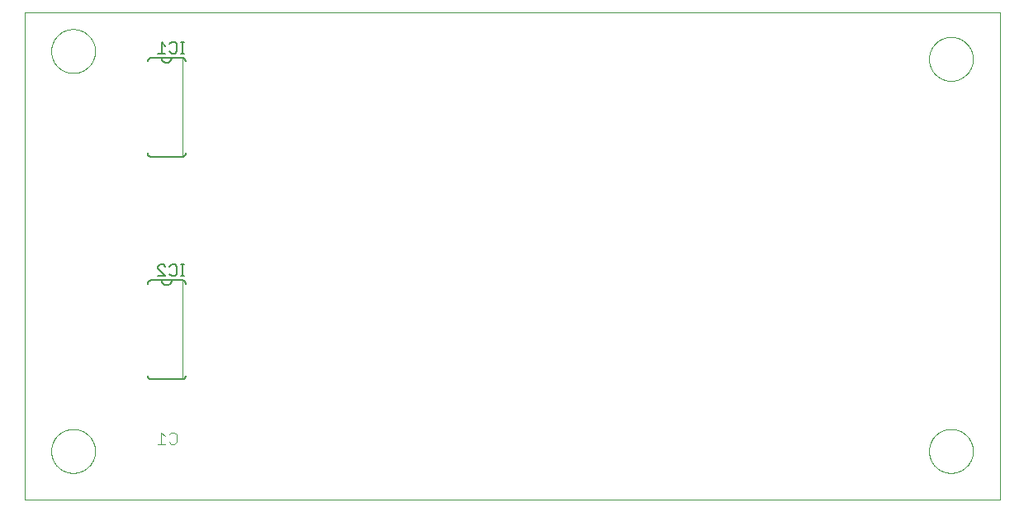
<source format=gbo>
G75*
%MOIN*%
%OFA0B0*%
%FSLAX25Y25*%
%IPPOS*%
%LPD*%
%AMOC8*
5,1,8,0,0,1.08239X$1,22.5*
%
%ADD10C,0.00000*%
%ADD11C,0.00400*%
%ADD12C,0.00600*%
%ADD13C,0.00200*%
%ADD14C,0.00500*%
D10*
X0001000Y0001000D02*
X0001000Y0197850D01*
X0394701Y0197850D01*
X0394701Y0001000D01*
X0001000Y0001000D01*
X0011827Y0020685D02*
X0011830Y0020902D01*
X0011838Y0021120D01*
X0011851Y0021337D01*
X0011870Y0021553D01*
X0011894Y0021769D01*
X0011923Y0021985D01*
X0011957Y0022199D01*
X0011997Y0022413D01*
X0012042Y0022626D01*
X0012092Y0022837D01*
X0012148Y0023048D01*
X0012208Y0023256D01*
X0012274Y0023464D01*
X0012345Y0023669D01*
X0012421Y0023873D01*
X0012501Y0024075D01*
X0012587Y0024275D01*
X0012677Y0024472D01*
X0012773Y0024668D01*
X0012873Y0024861D01*
X0012978Y0025051D01*
X0013087Y0025239D01*
X0013201Y0025424D01*
X0013320Y0025606D01*
X0013443Y0025786D01*
X0013570Y0025962D01*
X0013702Y0026135D01*
X0013838Y0026304D01*
X0013978Y0026471D01*
X0014122Y0026634D01*
X0014270Y0026793D01*
X0014421Y0026949D01*
X0014577Y0027100D01*
X0014736Y0027248D01*
X0014899Y0027392D01*
X0015066Y0027532D01*
X0015235Y0027668D01*
X0015408Y0027800D01*
X0015584Y0027927D01*
X0015764Y0028050D01*
X0015946Y0028169D01*
X0016131Y0028283D01*
X0016319Y0028392D01*
X0016509Y0028497D01*
X0016702Y0028597D01*
X0016898Y0028693D01*
X0017095Y0028783D01*
X0017295Y0028869D01*
X0017497Y0028949D01*
X0017701Y0029025D01*
X0017906Y0029096D01*
X0018114Y0029162D01*
X0018322Y0029222D01*
X0018533Y0029278D01*
X0018744Y0029328D01*
X0018957Y0029373D01*
X0019171Y0029413D01*
X0019385Y0029447D01*
X0019601Y0029476D01*
X0019817Y0029500D01*
X0020033Y0029519D01*
X0020250Y0029532D01*
X0020468Y0029540D01*
X0020685Y0029543D01*
X0020902Y0029540D01*
X0021120Y0029532D01*
X0021337Y0029519D01*
X0021553Y0029500D01*
X0021769Y0029476D01*
X0021985Y0029447D01*
X0022199Y0029413D01*
X0022413Y0029373D01*
X0022626Y0029328D01*
X0022837Y0029278D01*
X0023048Y0029222D01*
X0023256Y0029162D01*
X0023464Y0029096D01*
X0023669Y0029025D01*
X0023873Y0028949D01*
X0024075Y0028869D01*
X0024275Y0028783D01*
X0024472Y0028693D01*
X0024668Y0028597D01*
X0024861Y0028497D01*
X0025051Y0028392D01*
X0025239Y0028283D01*
X0025424Y0028169D01*
X0025606Y0028050D01*
X0025786Y0027927D01*
X0025962Y0027800D01*
X0026135Y0027668D01*
X0026304Y0027532D01*
X0026471Y0027392D01*
X0026634Y0027248D01*
X0026793Y0027100D01*
X0026949Y0026949D01*
X0027100Y0026793D01*
X0027248Y0026634D01*
X0027392Y0026471D01*
X0027532Y0026304D01*
X0027668Y0026135D01*
X0027800Y0025962D01*
X0027927Y0025786D01*
X0028050Y0025606D01*
X0028169Y0025424D01*
X0028283Y0025239D01*
X0028392Y0025051D01*
X0028497Y0024861D01*
X0028597Y0024668D01*
X0028693Y0024472D01*
X0028783Y0024275D01*
X0028869Y0024075D01*
X0028949Y0023873D01*
X0029025Y0023669D01*
X0029096Y0023464D01*
X0029162Y0023256D01*
X0029222Y0023048D01*
X0029278Y0022837D01*
X0029328Y0022626D01*
X0029373Y0022413D01*
X0029413Y0022199D01*
X0029447Y0021985D01*
X0029476Y0021769D01*
X0029500Y0021553D01*
X0029519Y0021337D01*
X0029532Y0021120D01*
X0029540Y0020902D01*
X0029543Y0020685D01*
X0029540Y0020468D01*
X0029532Y0020250D01*
X0029519Y0020033D01*
X0029500Y0019817D01*
X0029476Y0019601D01*
X0029447Y0019385D01*
X0029413Y0019171D01*
X0029373Y0018957D01*
X0029328Y0018744D01*
X0029278Y0018533D01*
X0029222Y0018322D01*
X0029162Y0018114D01*
X0029096Y0017906D01*
X0029025Y0017701D01*
X0028949Y0017497D01*
X0028869Y0017295D01*
X0028783Y0017095D01*
X0028693Y0016898D01*
X0028597Y0016702D01*
X0028497Y0016509D01*
X0028392Y0016319D01*
X0028283Y0016131D01*
X0028169Y0015946D01*
X0028050Y0015764D01*
X0027927Y0015584D01*
X0027800Y0015408D01*
X0027668Y0015235D01*
X0027532Y0015066D01*
X0027392Y0014899D01*
X0027248Y0014736D01*
X0027100Y0014577D01*
X0026949Y0014421D01*
X0026793Y0014270D01*
X0026634Y0014122D01*
X0026471Y0013978D01*
X0026304Y0013838D01*
X0026135Y0013702D01*
X0025962Y0013570D01*
X0025786Y0013443D01*
X0025606Y0013320D01*
X0025424Y0013201D01*
X0025239Y0013087D01*
X0025051Y0012978D01*
X0024861Y0012873D01*
X0024668Y0012773D01*
X0024472Y0012677D01*
X0024275Y0012587D01*
X0024075Y0012501D01*
X0023873Y0012421D01*
X0023669Y0012345D01*
X0023464Y0012274D01*
X0023256Y0012208D01*
X0023048Y0012148D01*
X0022837Y0012092D01*
X0022626Y0012042D01*
X0022413Y0011997D01*
X0022199Y0011957D01*
X0021985Y0011923D01*
X0021769Y0011894D01*
X0021553Y0011870D01*
X0021337Y0011851D01*
X0021120Y0011838D01*
X0020902Y0011830D01*
X0020685Y0011827D01*
X0020468Y0011830D01*
X0020250Y0011838D01*
X0020033Y0011851D01*
X0019817Y0011870D01*
X0019601Y0011894D01*
X0019385Y0011923D01*
X0019171Y0011957D01*
X0018957Y0011997D01*
X0018744Y0012042D01*
X0018533Y0012092D01*
X0018322Y0012148D01*
X0018114Y0012208D01*
X0017906Y0012274D01*
X0017701Y0012345D01*
X0017497Y0012421D01*
X0017295Y0012501D01*
X0017095Y0012587D01*
X0016898Y0012677D01*
X0016702Y0012773D01*
X0016509Y0012873D01*
X0016319Y0012978D01*
X0016131Y0013087D01*
X0015946Y0013201D01*
X0015764Y0013320D01*
X0015584Y0013443D01*
X0015408Y0013570D01*
X0015235Y0013702D01*
X0015066Y0013838D01*
X0014899Y0013978D01*
X0014736Y0014122D01*
X0014577Y0014270D01*
X0014421Y0014421D01*
X0014270Y0014577D01*
X0014122Y0014736D01*
X0013978Y0014899D01*
X0013838Y0015066D01*
X0013702Y0015235D01*
X0013570Y0015408D01*
X0013443Y0015584D01*
X0013320Y0015764D01*
X0013201Y0015946D01*
X0013087Y0016131D01*
X0012978Y0016319D01*
X0012873Y0016509D01*
X0012773Y0016702D01*
X0012677Y0016898D01*
X0012587Y0017095D01*
X0012501Y0017295D01*
X0012421Y0017497D01*
X0012345Y0017701D01*
X0012274Y0017906D01*
X0012208Y0018114D01*
X0012148Y0018322D01*
X0012092Y0018533D01*
X0012042Y0018744D01*
X0011997Y0018957D01*
X0011957Y0019171D01*
X0011923Y0019385D01*
X0011894Y0019601D01*
X0011870Y0019817D01*
X0011851Y0020033D01*
X0011838Y0020250D01*
X0011830Y0020468D01*
X0011827Y0020685D01*
X0011827Y0182102D02*
X0011830Y0182319D01*
X0011838Y0182537D01*
X0011851Y0182754D01*
X0011870Y0182970D01*
X0011894Y0183186D01*
X0011923Y0183402D01*
X0011957Y0183616D01*
X0011997Y0183830D01*
X0012042Y0184043D01*
X0012092Y0184254D01*
X0012148Y0184465D01*
X0012208Y0184673D01*
X0012274Y0184881D01*
X0012345Y0185086D01*
X0012421Y0185290D01*
X0012501Y0185492D01*
X0012587Y0185692D01*
X0012677Y0185889D01*
X0012773Y0186085D01*
X0012873Y0186278D01*
X0012978Y0186468D01*
X0013087Y0186656D01*
X0013201Y0186841D01*
X0013320Y0187023D01*
X0013443Y0187203D01*
X0013570Y0187379D01*
X0013702Y0187552D01*
X0013838Y0187721D01*
X0013978Y0187888D01*
X0014122Y0188051D01*
X0014270Y0188210D01*
X0014421Y0188366D01*
X0014577Y0188517D01*
X0014736Y0188665D01*
X0014899Y0188809D01*
X0015066Y0188949D01*
X0015235Y0189085D01*
X0015408Y0189217D01*
X0015584Y0189344D01*
X0015764Y0189467D01*
X0015946Y0189586D01*
X0016131Y0189700D01*
X0016319Y0189809D01*
X0016509Y0189914D01*
X0016702Y0190014D01*
X0016898Y0190110D01*
X0017095Y0190200D01*
X0017295Y0190286D01*
X0017497Y0190366D01*
X0017701Y0190442D01*
X0017906Y0190513D01*
X0018114Y0190579D01*
X0018322Y0190639D01*
X0018533Y0190695D01*
X0018744Y0190745D01*
X0018957Y0190790D01*
X0019171Y0190830D01*
X0019385Y0190864D01*
X0019601Y0190893D01*
X0019817Y0190917D01*
X0020033Y0190936D01*
X0020250Y0190949D01*
X0020468Y0190957D01*
X0020685Y0190960D01*
X0020902Y0190957D01*
X0021120Y0190949D01*
X0021337Y0190936D01*
X0021553Y0190917D01*
X0021769Y0190893D01*
X0021985Y0190864D01*
X0022199Y0190830D01*
X0022413Y0190790D01*
X0022626Y0190745D01*
X0022837Y0190695D01*
X0023048Y0190639D01*
X0023256Y0190579D01*
X0023464Y0190513D01*
X0023669Y0190442D01*
X0023873Y0190366D01*
X0024075Y0190286D01*
X0024275Y0190200D01*
X0024472Y0190110D01*
X0024668Y0190014D01*
X0024861Y0189914D01*
X0025051Y0189809D01*
X0025239Y0189700D01*
X0025424Y0189586D01*
X0025606Y0189467D01*
X0025786Y0189344D01*
X0025962Y0189217D01*
X0026135Y0189085D01*
X0026304Y0188949D01*
X0026471Y0188809D01*
X0026634Y0188665D01*
X0026793Y0188517D01*
X0026949Y0188366D01*
X0027100Y0188210D01*
X0027248Y0188051D01*
X0027392Y0187888D01*
X0027532Y0187721D01*
X0027668Y0187552D01*
X0027800Y0187379D01*
X0027927Y0187203D01*
X0028050Y0187023D01*
X0028169Y0186841D01*
X0028283Y0186656D01*
X0028392Y0186468D01*
X0028497Y0186278D01*
X0028597Y0186085D01*
X0028693Y0185889D01*
X0028783Y0185692D01*
X0028869Y0185492D01*
X0028949Y0185290D01*
X0029025Y0185086D01*
X0029096Y0184881D01*
X0029162Y0184673D01*
X0029222Y0184465D01*
X0029278Y0184254D01*
X0029328Y0184043D01*
X0029373Y0183830D01*
X0029413Y0183616D01*
X0029447Y0183402D01*
X0029476Y0183186D01*
X0029500Y0182970D01*
X0029519Y0182754D01*
X0029532Y0182537D01*
X0029540Y0182319D01*
X0029543Y0182102D01*
X0029540Y0181885D01*
X0029532Y0181667D01*
X0029519Y0181450D01*
X0029500Y0181234D01*
X0029476Y0181018D01*
X0029447Y0180802D01*
X0029413Y0180588D01*
X0029373Y0180374D01*
X0029328Y0180161D01*
X0029278Y0179950D01*
X0029222Y0179739D01*
X0029162Y0179531D01*
X0029096Y0179323D01*
X0029025Y0179118D01*
X0028949Y0178914D01*
X0028869Y0178712D01*
X0028783Y0178512D01*
X0028693Y0178315D01*
X0028597Y0178119D01*
X0028497Y0177926D01*
X0028392Y0177736D01*
X0028283Y0177548D01*
X0028169Y0177363D01*
X0028050Y0177181D01*
X0027927Y0177001D01*
X0027800Y0176825D01*
X0027668Y0176652D01*
X0027532Y0176483D01*
X0027392Y0176316D01*
X0027248Y0176153D01*
X0027100Y0175994D01*
X0026949Y0175838D01*
X0026793Y0175687D01*
X0026634Y0175539D01*
X0026471Y0175395D01*
X0026304Y0175255D01*
X0026135Y0175119D01*
X0025962Y0174987D01*
X0025786Y0174860D01*
X0025606Y0174737D01*
X0025424Y0174618D01*
X0025239Y0174504D01*
X0025051Y0174395D01*
X0024861Y0174290D01*
X0024668Y0174190D01*
X0024472Y0174094D01*
X0024275Y0174004D01*
X0024075Y0173918D01*
X0023873Y0173838D01*
X0023669Y0173762D01*
X0023464Y0173691D01*
X0023256Y0173625D01*
X0023048Y0173565D01*
X0022837Y0173509D01*
X0022626Y0173459D01*
X0022413Y0173414D01*
X0022199Y0173374D01*
X0021985Y0173340D01*
X0021769Y0173311D01*
X0021553Y0173287D01*
X0021337Y0173268D01*
X0021120Y0173255D01*
X0020902Y0173247D01*
X0020685Y0173244D01*
X0020468Y0173247D01*
X0020250Y0173255D01*
X0020033Y0173268D01*
X0019817Y0173287D01*
X0019601Y0173311D01*
X0019385Y0173340D01*
X0019171Y0173374D01*
X0018957Y0173414D01*
X0018744Y0173459D01*
X0018533Y0173509D01*
X0018322Y0173565D01*
X0018114Y0173625D01*
X0017906Y0173691D01*
X0017701Y0173762D01*
X0017497Y0173838D01*
X0017295Y0173918D01*
X0017095Y0174004D01*
X0016898Y0174094D01*
X0016702Y0174190D01*
X0016509Y0174290D01*
X0016319Y0174395D01*
X0016131Y0174504D01*
X0015946Y0174618D01*
X0015764Y0174737D01*
X0015584Y0174860D01*
X0015408Y0174987D01*
X0015235Y0175119D01*
X0015066Y0175255D01*
X0014899Y0175395D01*
X0014736Y0175539D01*
X0014577Y0175687D01*
X0014421Y0175838D01*
X0014270Y0175994D01*
X0014122Y0176153D01*
X0013978Y0176316D01*
X0013838Y0176483D01*
X0013702Y0176652D01*
X0013570Y0176825D01*
X0013443Y0177001D01*
X0013320Y0177181D01*
X0013201Y0177363D01*
X0013087Y0177548D01*
X0012978Y0177736D01*
X0012873Y0177926D01*
X0012773Y0178119D01*
X0012677Y0178315D01*
X0012587Y0178512D01*
X0012501Y0178712D01*
X0012421Y0178914D01*
X0012345Y0179118D01*
X0012274Y0179323D01*
X0012208Y0179531D01*
X0012148Y0179739D01*
X0012092Y0179950D01*
X0012042Y0180161D01*
X0011997Y0180374D01*
X0011957Y0180588D01*
X0011923Y0180802D01*
X0011894Y0181018D01*
X0011870Y0181234D01*
X0011851Y0181450D01*
X0011838Y0181667D01*
X0011830Y0181885D01*
X0011827Y0182102D01*
X0366158Y0178953D02*
X0366161Y0179170D01*
X0366169Y0179388D01*
X0366182Y0179605D01*
X0366201Y0179821D01*
X0366225Y0180037D01*
X0366254Y0180253D01*
X0366288Y0180467D01*
X0366328Y0180681D01*
X0366373Y0180894D01*
X0366423Y0181105D01*
X0366479Y0181316D01*
X0366539Y0181524D01*
X0366605Y0181732D01*
X0366676Y0181937D01*
X0366752Y0182141D01*
X0366832Y0182343D01*
X0366918Y0182543D01*
X0367008Y0182740D01*
X0367104Y0182936D01*
X0367204Y0183129D01*
X0367309Y0183319D01*
X0367418Y0183507D01*
X0367532Y0183692D01*
X0367651Y0183874D01*
X0367774Y0184054D01*
X0367901Y0184230D01*
X0368033Y0184403D01*
X0368169Y0184572D01*
X0368309Y0184739D01*
X0368453Y0184902D01*
X0368601Y0185061D01*
X0368752Y0185217D01*
X0368908Y0185368D01*
X0369067Y0185516D01*
X0369230Y0185660D01*
X0369397Y0185800D01*
X0369566Y0185936D01*
X0369739Y0186068D01*
X0369915Y0186195D01*
X0370095Y0186318D01*
X0370277Y0186437D01*
X0370462Y0186551D01*
X0370650Y0186660D01*
X0370840Y0186765D01*
X0371033Y0186865D01*
X0371229Y0186961D01*
X0371426Y0187051D01*
X0371626Y0187137D01*
X0371828Y0187217D01*
X0372032Y0187293D01*
X0372237Y0187364D01*
X0372445Y0187430D01*
X0372653Y0187490D01*
X0372864Y0187546D01*
X0373075Y0187596D01*
X0373288Y0187641D01*
X0373502Y0187681D01*
X0373716Y0187715D01*
X0373932Y0187744D01*
X0374148Y0187768D01*
X0374364Y0187787D01*
X0374581Y0187800D01*
X0374799Y0187808D01*
X0375016Y0187811D01*
X0375233Y0187808D01*
X0375451Y0187800D01*
X0375668Y0187787D01*
X0375884Y0187768D01*
X0376100Y0187744D01*
X0376316Y0187715D01*
X0376530Y0187681D01*
X0376744Y0187641D01*
X0376957Y0187596D01*
X0377168Y0187546D01*
X0377379Y0187490D01*
X0377587Y0187430D01*
X0377795Y0187364D01*
X0378000Y0187293D01*
X0378204Y0187217D01*
X0378406Y0187137D01*
X0378606Y0187051D01*
X0378803Y0186961D01*
X0378999Y0186865D01*
X0379192Y0186765D01*
X0379382Y0186660D01*
X0379570Y0186551D01*
X0379755Y0186437D01*
X0379937Y0186318D01*
X0380117Y0186195D01*
X0380293Y0186068D01*
X0380466Y0185936D01*
X0380635Y0185800D01*
X0380802Y0185660D01*
X0380965Y0185516D01*
X0381124Y0185368D01*
X0381280Y0185217D01*
X0381431Y0185061D01*
X0381579Y0184902D01*
X0381723Y0184739D01*
X0381863Y0184572D01*
X0381999Y0184403D01*
X0382131Y0184230D01*
X0382258Y0184054D01*
X0382381Y0183874D01*
X0382500Y0183692D01*
X0382614Y0183507D01*
X0382723Y0183319D01*
X0382828Y0183129D01*
X0382928Y0182936D01*
X0383024Y0182740D01*
X0383114Y0182543D01*
X0383200Y0182343D01*
X0383280Y0182141D01*
X0383356Y0181937D01*
X0383427Y0181732D01*
X0383493Y0181524D01*
X0383553Y0181316D01*
X0383609Y0181105D01*
X0383659Y0180894D01*
X0383704Y0180681D01*
X0383744Y0180467D01*
X0383778Y0180253D01*
X0383807Y0180037D01*
X0383831Y0179821D01*
X0383850Y0179605D01*
X0383863Y0179388D01*
X0383871Y0179170D01*
X0383874Y0178953D01*
X0383871Y0178736D01*
X0383863Y0178518D01*
X0383850Y0178301D01*
X0383831Y0178085D01*
X0383807Y0177869D01*
X0383778Y0177653D01*
X0383744Y0177439D01*
X0383704Y0177225D01*
X0383659Y0177012D01*
X0383609Y0176801D01*
X0383553Y0176590D01*
X0383493Y0176382D01*
X0383427Y0176174D01*
X0383356Y0175969D01*
X0383280Y0175765D01*
X0383200Y0175563D01*
X0383114Y0175363D01*
X0383024Y0175166D01*
X0382928Y0174970D01*
X0382828Y0174777D01*
X0382723Y0174587D01*
X0382614Y0174399D01*
X0382500Y0174214D01*
X0382381Y0174032D01*
X0382258Y0173852D01*
X0382131Y0173676D01*
X0381999Y0173503D01*
X0381863Y0173334D01*
X0381723Y0173167D01*
X0381579Y0173004D01*
X0381431Y0172845D01*
X0381280Y0172689D01*
X0381124Y0172538D01*
X0380965Y0172390D01*
X0380802Y0172246D01*
X0380635Y0172106D01*
X0380466Y0171970D01*
X0380293Y0171838D01*
X0380117Y0171711D01*
X0379937Y0171588D01*
X0379755Y0171469D01*
X0379570Y0171355D01*
X0379382Y0171246D01*
X0379192Y0171141D01*
X0378999Y0171041D01*
X0378803Y0170945D01*
X0378606Y0170855D01*
X0378406Y0170769D01*
X0378204Y0170689D01*
X0378000Y0170613D01*
X0377795Y0170542D01*
X0377587Y0170476D01*
X0377379Y0170416D01*
X0377168Y0170360D01*
X0376957Y0170310D01*
X0376744Y0170265D01*
X0376530Y0170225D01*
X0376316Y0170191D01*
X0376100Y0170162D01*
X0375884Y0170138D01*
X0375668Y0170119D01*
X0375451Y0170106D01*
X0375233Y0170098D01*
X0375016Y0170095D01*
X0374799Y0170098D01*
X0374581Y0170106D01*
X0374364Y0170119D01*
X0374148Y0170138D01*
X0373932Y0170162D01*
X0373716Y0170191D01*
X0373502Y0170225D01*
X0373288Y0170265D01*
X0373075Y0170310D01*
X0372864Y0170360D01*
X0372653Y0170416D01*
X0372445Y0170476D01*
X0372237Y0170542D01*
X0372032Y0170613D01*
X0371828Y0170689D01*
X0371626Y0170769D01*
X0371426Y0170855D01*
X0371229Y0170945D01*
X0371033Y0171041D01*
X0370840Y0171141D01*
X0370650Y0171246D01*
X0370462Y0171355D01*
X0370277Y0171469D01*
X0370095Y0171588D01*
X0369915Y0171711D01*
X0369739Y0171838D01*
X0369566Y0171970D01*
X0369397Y0172106D01*
X0369230Y0172246D01*
X0369067Y0172390D01*
X0368908Y0172538D01*
X0368752Y0172689D01*
X0368601Y0172845D01*
X0368453Y0173004D01*
X0368309Y0173167D01*
X0368169Y0173334D01*
X0368033Y0173503D01*
X0367901Y0173676D01*
X0367774Y0173852D01*
X0367651Y0174032D01*
X0367532Y0174214D01*
X0367418Y0174399D01*
X0367309Y0174587D01*
X0367204Y0174777D01*
X0367104Y0174970D01*
X0367008Y0175166D01*
X0366918Y0175363D01*
X0366832Y0175563D01*
X0366752Y0175765D01*
X0366676Y0175969D01*
X0366605Y0176174D01*
X0366539Y0176382D01*
X0366479Y0176590D01*
X0366423Y0176801D01*
X0366373Y0177012D01*
X0366328Y0177225D01*
X0366288Y0177439D01*
X0366254Y0177653D01*
X0366225Y0177869D01*
X0366201Y0178085D01*
X0366182Y0178301D01*
X0366169Y0178518D01*
X0366161Y0178736D01*
X0366158Y0178953D01*
X0366158Y0020685D02*
X0366161Y0020902D01*
X0366169Y0021120D01*
X0366182Y0021337D01*
X0366201Y0021553D01*
X0366225Y0021769D01*
X0366254Y0021985D01*
X0366288Y0022199D01*
X0366328Y0022413D01*
X0366373Y0022626D01*
X0366423Y0022837D01*
X0366479Y0023048D01*
X0366539Y0023256D01*
X0366605Y0023464D01*
X0366676Y0023669D01*
X0366752Y0023873D01*
X0366832Y0024075D01*
X0366918Y0024275D01*
X0367008Y0024472D01*
X0367104Y0024668D01*
X0367204Y0024861D01*
X0367309Y0025051D01*
X0367418Y0025239D01*
X0367532Y0025424D01*
X0367651Y0025606D01*
X0367774Y0025786D01*
X0367901Y0025962D01*
X0368033Y0026135D01*
X0368169Y0026304D01*
X0368309Y0026471D01*
X0368453Y0026634D01*
X0368601Y0026793D01*
X0368752Y0026949D01*
X0368908Y0027100D01*
X0369067Y0027248D01*
X0369230Y0027392D01*
X0369397Y0027532D01*
X0369566Y0027668D01*
X0369739Y0027800D01*
X0369915Y0027927D01*
X0370095Y0028050D01*
X0370277Y0028169D01*
X0370462Y0028283D01*
X0370650Y0028392D01*
X0370840Y0028497D01*
X0371033Y0028597D01*
X0371229Y0028693D01*
X0371426Y0028783D01*
X0371626Y0028869D01*
X0371828Y0028949D01*
X0372032Y0029025D01*
X0372237Y0029096D01*
X0372445Y0029162D01*
X0372653Y0029222D01*
X0372864Y0029278D01*
X0373075Y0029328D01*
X0373288Y0029373D01*
X0373502Y0029413D01*
X0373716Y0029447D01*
X0373932Y0029476D01*
X0374148Y0029500D01*
X0374364Y0029519D01*
X0374581Y0029532D01*
X0374799Y0029540D01*
X0375016Y0029543D01*
X0375233Y0029540D01*
X0375451Y0029532D01*
X0375668Y0029519D01*
X0375884Y0029500D01*
X0376100Y0029476D01*
X0376316Y0029447D01*
X0376530Y0029413D01*
X0376744Y0029373D01*
X0376957Y0029328D01*
X0377168Y0029278D01*
X0377379Y0029222D01*
X0377587Y0029162D01*
X0377795Y0029096D01*
X0378000Y0029025D01*
X0378204Y0028949D01*
X0378406Y0028869D01*
X0378606Y0028783D01*
X0378803Y0028693D01*
X0378999Y0028597D01*
X0379192Y0028497D01*
X0379382Y0028392D01*
X0379570Y0028283D01*
X0379755Y0028169D01*
X0379937Y0028050D01*
X0380117Y0027927D01*
X0380293Y0027800D01*
X0380466Y0027668D01*
X0380635Y0027532D01*
X0380802Y0027392D01*
X0380965Y0027248D01*
X0381124Y0027100D01*
X0381280Y0026949D01*
X0381431Y0026793D01*
X0381579Y0026634D01*
X0381723Y0026471D01*
X0381863Y0026304D01*
X0381999Y0026135D01*
X0382131Y0025962D01*
X0382258Y0025786D01*
X0382381Y0025606D01*
X0382500Y0025424D01*
X0382614Y0025239D01*
X0382723Y0025051D01*
X0382828Y0024861D01*
X0382928Y0024668D01*
X0383024Y0024472D01*
X0383114Y0024275D01*
X0383200Y0024075D01*
X0383280Y0023873D01*
X0383356Y0023669D01*
X0383427Y0023464D01*
X0383493Y0023256D01*
X0383553Y0023048D01*
X0383609Y0022837D01*
X0383659Y0022626D01*
X0383704Y0022413D01*
X0383744Y0022199D01*
X0383778Y0021985D01*
X0383807Y0021769D01*
X0383831Y0021553D01*
X0383850Y0021337D01*
X0383863Y0021120D01*
X0383871Y0020902D01*
X0383874Y0020685D01*
X0383871Y0020468D01*
X0383863Y0020250D01*
X0383850Y0020033D01*
X0383831Y0019817D01*
X0383807Y0019601D01*
X0383778Y0019385D01*
X0383744Y0019171D01*
X0383704Y0018957D01*
X0383659Y0018744D01*
X0383609Y0018533D01*
X0383553Y0018322D01*
X0383493Y0018114D01*
X0383427Y0017906D01*
X0383356Y0017701D01*
X0383280Y0017497D01*
X0383200Y0017295D01*
X0383114Y0017095D01*
X0383024Y0016898D01*
X0382928Y0016702D01*
X0382828Y0016509D01*
X0382723Y0016319D01*
X0382614Y0016131D01*
X0382500Y0015946D01*
X0382381Y0015764D01*
X0382258Y0015584D01*
X0382131Y0015408D01*
X0381999Y0015235D01*
X0381863Y0015066D01*
X0381723Y0014899D01*
X0381579Y0014736D01*
X0381431Y0014577D01*
X0381280Y0014421D01*
X0381124Y0014270D01*
X0380965Y0014122D01*
X0380802Y0013978D01*
X0380635Y0013838D01*
X0380466Y0013702D01*
X0380293Y0013570D01*
X0380117Y0013443D01*
X0379937Y0013320D01*
X0379755Y0013201D01*
X0379570Y0013087D01*
X0379382Y0012978D01*
X0379192Y0012873D01*
X0378999Y0012773D01*
X0378803Y0012677D01*
X0378606Y0012587D01*
X0378406Y0012501D01*
X0378204Y0012421D01*
X0378000Y0012345D01*
X0377795Y0012274D01*
X0377587Y0012208D01*
X0377379Y0012148D01*
X0377168Y0012092D01*
X0376957Y0012042D01*
X0376744Y0011997D01*
X0376530Y0011957D01*
X0376316Y0011923D01*
X0376100Y0011894D01*
X0375884Y0011870D01*
X0375668Y0011851D01*
X0375451Y0011838D01*
X0375233Y0011830D01*
X0375016Y0011827D01*
X0374799Y0011830D01*
X0374581Y0011838D01*
X0374364Y0011851D01*
X0374148Y0011870D01*
X0373932Y0011894D01*
X0373716Y0011923D01*
X0373502Y0011957D01*
X0373288Y0011997D01*
X0373075Y0012042D01*
X0372864Y0012092D01*
X0372653Y0012148D01*
X0372445Y0012208D01*
X0372237Y0012274D01*
X0372032Y0012345D01*
X0371828Y0012421D01*
X0371626Y0012501D01*
X0371426Y0012587D01*
X0371229Y0012677D01*
X0371033Y0012773D01*
X0370840Y0012873D01*
X0370650Y0012978D01*
X0370462Y0013087D01*
X0370277Y0013201D01*
X0370095Y0013320D01*
X0369915Y0013443D01*
X0369739Y0013570D01*
X0369566Y0013702D01*
X0369397Y0013838D01*
X0369230Y0013978D01*
X0369067Y0014122D01*
X0368908Y0014270D01*
X0368752Y0014421D01*
X0368601Y0014577D01*
X0368453Y0014736D01*
X0368309Y0014899D01*
X0368169Y0015066D01*
X0368033Y0015235D01*
X0367901Y0015408D01*
X0367774Y0015584D01*
X0367651Y0015764D01*
X0367532Y0015946D01*
X0367418Y0016131D01*
X0367309Y0016319D01*
X0367204Y0016509D01*
X0367104Y0016702D01*
X0367008Y0016898D01*
X0366918Y0017095D01*
X0366832Y0017295D01*
X0366752Y0017497D01*
X0366676Y0017701D01*
X0366605Y0017906D01*
X0366539Y0018114D01*
X0366479Y0018322D01*
X0366423Y0018533D01*
X0366373Y0018744D01*
X0366328Y0018957D01*
X0366288Y0019171D01*
X0366254Y0019385D01*
X0366225Y0019601D01*
X0366201Y0019817D01*
X0366182Y0020033D01*
X0366169Y0020250D01*
X0366161Y0020468D01*
X0366158Y0020685D01*
D11*
X0062409Y0024330D02*
X0061642Y0023562D01*
X0060107Y0023562D01*
X0059340Y0024330D01*
X0057806Y0023562D02*
X0054736Y0023562D01*
X0056271Y0023562D02*
X0056271Y0028166D01*
X0057806Y0026631D01*
X0059340Y0027399D02*
X0060107Y0028166D01*
X0061642Y0028166D01*
X0062409Y0027399D01*
X0062409Y0024330D01*
D12*
X0064602Y0049661D02*
X0052202Y0049661D01*
X0052126Y0049663D01*
X0052050Y0049669D01*
X0051975Y0049678D01*
X0051900Y0049692D01*
X0051826Y0049709D01*
X0051753Y0049730D01*
X0051681Y0049754D01*
X0051610Y0049783D01*
X0051541Y0049814D01*
X0051474Y0049849D01*
X0051409Y0049888D01*
X0051345Y0049930D01*
X0051284Y0049975D01*
X0051225Y0050023D01*
X0051169Y0050074D01*
X0051115Y0050128D01*
X0051064Y0050184D01*
X0051016Y0050243D01*
X0050971Y0050304D01*
X0050929Y0050368D01*
X0050890Y0050433D01*
X0050855Y0050500D01*
X0050824Y0050569D01*
X0050795Y0050640D01*
X0050771Y0050712D01*
X0050750Y0050785D01*
X0050733Y0050859D01*
X0050719Y0050934D01*
X0050710Y0051009D01*
X0050704Y0051085D01*
X0050702Y0051161D01*
X0064602Y0049661D02*
X0064678Y0049663D01*
X0064754Y0049669D01*
X0064829Y0049678D01*
X0064904Y0049692D01*
X0064978Y0049709D01*
X0065051Y0049730D01*
X0065123Y0049754D01*
X0065194Y0049783D01*
X0065263Y0049814D01*
X0065330Y0049849D01*
X0065395Y0049888D01*
X0065459Y0049930D01*
X0065520Y0049975D01*
X0065579Y0050023D01*
X0065635Y0050074D01*
X0065689Y0050128D01*
X0065740Y0050184D01*
X0065788Y0050243D01*
X0065833Y0050304D01*
X0065875Y0050368D01*
X0065914Y0050433D01*
X0065949Y0050500D01*
X0065980Y0050569D01*
X0066009Y0050640D01*
X0066033Y0050712D01*
X0066054Y0050785D01*
X0066071Y0050859D01*
X0066085Y0050934D01*
X0066094Y0051009D01*
X0066100Y0051085D01*
X0066102Y0051161D01*
X0066102Y0088161D02*
X0066100Y0088237D01*
X0066094Y0088313D01*
X0066085Y0088388D01*
X0066071Y0088463D01*
X0066054Y0088537D01*
X0066033Y0088610D01*
X0066009Y0088682D01*
X0065980Y0088753D01*
X0065949Y0088822D01*
X0065914Y0088889D01*
X0065875Y0088954D01*
X0065833Y0089018D01*
X0065788Y0089079D01*
X0065740Y0089138D01*
X0065689Y0089194D01*
X0065635Y0089248D01*
X0065579Y0089299D01*
X0065520Y0089347D01*
X0065459Y0089392D01*
X0065395Y0089434D01*
X0065330Y0089473D01*
X0065263Y0089508D01*
X0065194Y0089539D01*
X0065123Y0089568D01*
X0065051Y0089592D01*
X0064978Y0089613D01*
X0064904Y0089630D01*
X0064829Y0089644D01*
X0064754Y0089653D01*
X0064678Y0089659D01*
X0064602Y0089661D01*
X0060402Y0089661D01*
X0056402Y0089661D01*
X0052202Y0089661D01*
X0052126Y0089659D01*
X0052050Y0089653D01*
X0051975Y0089644D01*
X0051900Y0089630D01*
X0051826Y0089613D01*
X0051753Y0089592D01*
X0051681Y0089568D01*
X0051610Y0089539D01*
X0051541Y0089508D01*
X0051474Y0089473D01*
X0051409Y0089434D01*
X0051345Y0089392D01*
X0051284Y0089347D01*
X0051225Y0089299D01*
X0051169Y0089248D01*
X0051115Y0089194D01*
X0051064Y0089138D01*
X0051016Y0089079D01*
X0050971Y0089018D01*
X0050929Y0088954D01*
X0050890Y0088889D01*
X0050855Y0088822D01*
X0050824Y0088753D01*
X0050795Y0088682D01*
X0050771Y0088610D01*
X0050750Y0088537D01*
X0050733Y0088463D01*
X0050719Y0088388D01*
X0050710Y0088313D01*
X0050704Y0088237D01*
X0050702Y0088161D01*
X0056402Y0089661D02*
X0056404Y0089573D01*
X0056410Y0089484D01*
X0056420Y0089396D01*
X0056433Y0089309D01*
X0056451Y0089222D01*
X0056472Y0089136D01*
X0056497Y0089051D01*
X0056526Y0088968D01*
X0056559Y0088885D01*
X0056595Y0088805D01*
X0056634Y0088726D01*
X0056677Y0088648D01*
X0056724Y0088573D01*
X0056774Y0088500D01*
X0056827Y0088429D01*
X0056883Y0088360D01*
X0056942Y0088294D01*
X0057004Y0088231D01*
X0057068Y0088171D01*
X0057135Y0088113D01*
X0057205Y0088059D01*
X0057277Y0088007D01*
X0057351Y0087959D01*
X0057428Y0087914D01*
X0057506Y0087873D01*
X0057586Y0087835D01*
X0057667Y0087801D01*
X0057750Y0087770D01*
X0057835Y0087743D01*
X0057920Y0087720D01*
X0058006Y0087701D01*
X0058094Y0087685D01*
X0058181Y0087673D01*
X0058269Y0087665D01*
X0058358Y0087661D01*
X0058446Y0087661D01*
X0058535Y0087665D01*
X0058623Y0087673D01*
X0058710Y0087685D01*
X0058798Y0087701D01*
X0058884Y0087720D01*
X0058969Y0087743D01*
X0059054Y0087770D01*
X0059137Y0087801D01*
X0059218Y0087835D01*
X0059298Y0087873D01*
X0059376Y0087914D01*
X0059453Y0087959D01*
X0059527Y0088007D01*
X0059599Y0088059D01*
X0059669Y0088113D01*
X0059736Y0088171D01*
X0059800Y0088231D01*
X0059862Y0088294D01*
X0059921Y0088360D01*
X0059977Y0088429D01*
X0060030Y0088500D01*
X0060080Y0088573D01*
X0060127Y0088648D01*
X0060170Y0088726D01*
X0060209Y0088805D01*
X0060245Y0088885D01*
X0060278Y0088968D01*
X0060307Y0089051D01*
X0060332Y0089136D01*
X0060353Y0089222D01*
X0060371Y0089309D01*
X0060384Y0089396D01*
X0060394Y0089484D01*
X0060400Y0089573D01*
X0060402Y0089661D01*
X0064602Y0139465D02*
X0052202Y0139465D01*
X0052126Y0139467D01*
X0052050Y0139473D01*
X0051975Y0139482D01*
X0051900Y0139496D01*
X0051826Y0139513D01*
X0051753Y0139534D01*
X0051681Y0139558D01*
X0051610Y0139587D01*
X0051541Y0139618D01*
X0051474Y0139653D01*
X0051409Y0139692D01*
X0051345Y0139734D01*
X0051284Y0139779D01*
X0051225Y0139827D01*
X0051169Y0139878D01*
X0051115Y0139932D01*
X0051064Y0139988D01*
X0051016Y0140047D01*
X0050971Y0140108D01*
X0050929Y0140172D01*
X0050890Y0140237D01*
X0050855Y0140304D01*
X0050824Y0140373D01*
X0050795Y0140444D01*
X0050771Y0140516D01*
X0050750Y0140589D01*
X0050733Y0140663D01*
X0050719Y0140738D01*
X0050710Y0140813D01*
X0050704Y0140889D01*
X0050702Y0140965D01*
X0064602Y0139465D02*
X0064678Y0139467D01*
X0064754Y0139473D01*
X0064829Y0139482D01*
X0064904Y0139496D01*
X0064978Y0139513D01*
X0065051Y0139534D01*
X0065123Y0139558D01*
X0065194Y0139587D01*
X0065263Y0139618D01*
X0065330Y0139653D01*
X0065395Y0139692D01*
X0065459Y0139734D01*
X0065520Y0139779D01*
X0065579Y0139827D01*
X0065635Y0139878D01*
X0065689Y0139932D01*
X0065740Y0139988D01*
X0065788Y0140047D01*
X0065833Y0140108D01*
X0065875Y0140172D01*
X0065914Y0140237D01*
X0065949Y0140304D01*
X0065980Y0140373D01*
X0066009Y0140444D01*
X0066033Y0140516D01*
X0066054Y0140589D01*
X0066071Y0140663D01*
X0066085Y0140738D01*
X0066094Y0140813D01*
X0066100Y0140889D01*
X0066102Y0140965D01*
X0066102Y0177965D02*
X0066100Y0178041D01*
X0066094Y0178117D01*
X0066085Y0178192D01*
X0066071Y0178267D01*
X0066054Y0178341D01*
X0066033Y0178414D01*
X0066009Y0178486D01*
X0065980Y0178557D01*
X0065949Y0178626D01*
X0065914Y0178693D01*
X0065875Y0178758D01*
X0065833Y0178822D01*
X0065788Y0178883D01*
X0065740Y0178942D01*
X0065689Y0178998D01*
X0065635Y0179052D01*
X0065579Y0179103D01*
X0065520Y0179151D01*
X0065459Y0179196D01*
X0065395Y0179238D01*
X0065330Y0179277D01*
X0065263Y0179312D01*
X0065194Y0179343D01*
X0065123Y0179372D01*
X0065051Y0179396D01*
X0064978Y0179417D01*
X0064904Y0179434D01*
X0064829Y0179448D01*
X0064754Y0179457D01*
X0064678Y0179463D01*
X0064602Y0179465D01*
X0060402Y0179465D01*
X0056402Y0179465D01*
X0052202Y0179465D01*
X0052126Y0179463D01*
X0052050Y0179457D01*
X0051975Y0179448D01*
X0051900Y0179434D01*
X0051826Y0179417D01*
X0051753Y0179396D01*
X0051681Y0179372D01*
X0051610Y0179343D01*
X0051541Y0179312D01*
X0051474Y0179277D01*
X0051409Y0179238D01*
X0051345Y0179196D01*
X0051284Y0179151D01*
X0051225Y0179103D01*
X0051169Y0179052D01*
X0051115Y0178998D01*
X0051064Y0178942D01*
X0051016Y0178883D01*
X0050971Y0178822D01*
X0050929Y0178758D01*
X0050890Y0178693D01*
X0050855Y0178626D01*
X0050824Y0178557D01*
X0050795Y0178486D01*
X0050771Y0178414D01*
X0050750Y0178341D01*
X0050733Y0178267D01*
X0050719Y0178192D01*
X0050710Y0178117D01*
X0050704Y0178041D01*
X0050702Y0177965D01*
X0056402Y0179465D02*
X0056404Y0179377D01*
X0056410Y0179288D01*
X0056420Y0179200D01*
X0056433Y0179113D01*
X0056451Y0179026D01*
X0056472Y0178940D01*
X0056497Y0178855D01*
X0056526Y0178772D01*
X0056559Y0178689D01*
X0056595Y0178609D01*
X0056634Y0178530D01*
X0056677Y0178452D01*
X0056724Y0178377D01*
X0056774Y0178304D01*
X0056827Y0178233D01*
X0056883Y0178164D01*
X0056942Y0178098D01*
X0057004Y0178035D01*
X0057068Y0177975D01*
X0057135Y0177917D01*
X0057205Y0177863D01*
X0057277Y0177811D01*
X0057351Y0177763D01*
X0057428Y0177718D01*
X0057506Y0177677D01*
X0057586Y0177639D01*
X0057667Y0177605D01*
X0057750Y0177574D01*
X0057835Y0177547D01*
X0057920Y0177524D01*
X0058006Y0177505D01*
X0058094Y0177489D01*
X0058181Y0177477D01*
X0058269Y0177469D01*
X0058358Y0177465D01*
X0058446Y0177465D01*
X0058535Y0177469D01*
X0058623Y0177477D01*
X0058710Y0177489D01*
X0058798Y0177505D01*
X0058884Y0177524D01*
X0058969Y0177547D01*
X0059054Y0177574D01*
X0059137Y0177605D01*
X0059218Y0177639D01*
X0059298Y0177677D01*
X0059376Y0177718D01*
X0059453Y0177763D01*
X0059527Y0177811D01*
X0059599Y0177863D01*
X0059669Y0177917D01*
X0059736Y0177975D01*
X0059800Y0178035D01*
X0059862Y0178098D01*
X0059921Y0178164D01*
X0059977Y0178233D01*
X0060030Y0178304D01*
X0060080Y0178377D01*
X0060127Y0178452D01*
X0060170Y0178530D01*
X0060209Y0178609D01*
X0060245Y0178689D01*
X0060278Y0178772D01*
X0060307Y0178855D01*
X0060332Y0178940D01*
X0060353Y0179026D01*
X0060371Y0179113D01*
X0060384Y0179200D01*
X0060394Y0179288D01*
X0060400Y0179377D01*
X0060402Y0179465D01*
D13*
X0064702Y0179465D02*
X0064702Y0139465D01*
X0064702Y0089661D02*
X0064702Y0049661D01*
D14*
X0064901Y0091411D02*
X0064901Y0095915D01*
X0065652Y0095915D02*
X0064150Y0095915D01*
X0062582Y0095165D02*
X0062582Y0092162D01*
X0061832Y0091411D01*
X0060330Y0091411D01*
X0059580Y0092162D01*
X0057978Y0091411D02*
X0054976Y0094414D01*
X0054976Y0095165D01*
X0055726Y0095915D01*
X0057228Y0095915D01*
X0057978Y0095165D01*
X0059580Y0095165D02*
X0060330Y0095915D01*
X0061832Y0095915D01*
X0062582Y0095165D01*
X0064150Y0091411D02*
X0065652Y0091411D01*
X0057978Y0091411D02*
X0054976Y0091411D01*
X0054976Y0181215D02*
X0057978Y0181215D01*
X0056477Y0181215D02*
X0056477Y0185718D01*
X0057978Y0184217D01*
X0059580Y0184968D02*
X0060330Y0185718D01*
X0061832Y0185718D01*
X0062582Y0184968D01*
X0062582Y0181965D01*
X0061832Y0181215D01*
X0060330Y0181215D01*
X0059580Y0181965D01*
X0064150Y0181215D02*
X0065652Y0181215D01*
X0064901Y0181215D02*
X0064901Y0185718D01*
X0065652Y0185718D02*
X0064150Y0185718D01*
M02*

</source>
